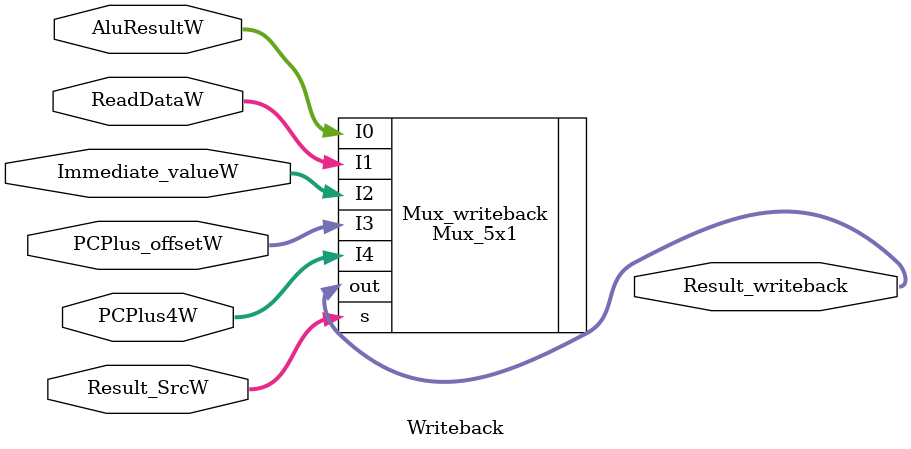
<source format=v>
module Writeback(Result_SrcW, AluResultW, ReadDataW, PCPlus4W, Immediate_valueW, PCPlus_offsetW, Result_writeback);
input [2:0] Result_SrcW;
input [31:0] AluResultW,ReadDataW,PCPlus4W,Immediate_valueW,PCPlus_offsetW;

output [31:0]Result_writeback;
Mux_5x1 Mux_writeback(.I0(AluResultW),.I1(ReadDataW),.I2(Immediate_valueW),.I3(PCPlus_offsetW),.I4(PCPlus4W),.s(Result_SrcW),
.out(Result_writeback));



endmodule
</source>
